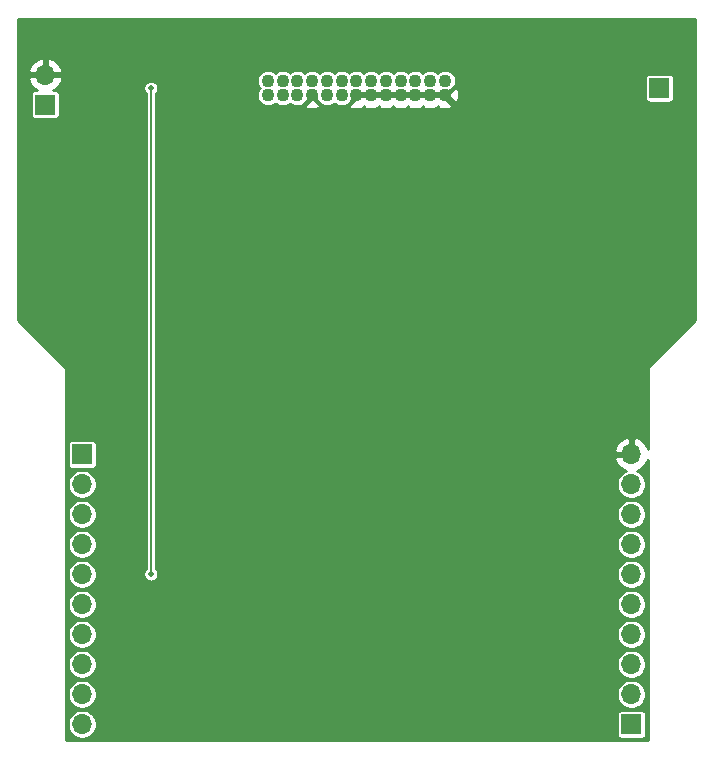
<source format=gbr>
%TF.GenerationSoftware,KiCad,Pcbnew,(5.1.10)-1*%
%TF.CreationDate,2022-10-09T17:15:07-05:00*%
%TF.ProjectId,switcher,73776974-6368-4657-922e-6b696361645f,A*%
%TF.SameCoordinates,Original*%
%TF.FileFunction,Copper,L2,Bot*%
%TF.FilePolarity,Positive*%
%FSLAX46Y46*%
G04 Gerber Fmt 4.6, Leading zero omitted, Abs format (unit mm)*
G04 Created by KiCad (PCBNEW (5.1.10)-1) date 2022-10-09 17:15:07*
%MOMM*%
%LPD*%
G01*
G04 APERTURE LIST*
%TA.AperFunction,ComponentPad*%
%ADD10O,1.700000X1.700000*%
%TD*%
%TA.AperFunction,ComponentPad*%
%ADD11R,1.700000X1.700000*%
%TD*%
%TA.AperFunction,ComponentPad*%
%ADD12C,1.100000*%
%TD*%
%TA.AperFunction,ViaPad*%
%ADD13C,0.508000*%
%TD*%
%TA.AperFunction,Conductor*%
%ADD14C,0.508000*%
%TD*%
%TA.AperFunction,Conductor*%
%ADD15C,0.152400*%
%TD*%
%TA.AperFunction,Conductor*%
%ADD16C,0.254000*%
%TD*%
%TA.AperFunction,Conductor*%
%ADD17C,0.100000*%
%TD*%
G04 APERTURE END LIST*
D10*
%TO.P,J2,10*%
%TO.N,GND*%
X177136000Y-106055500D03*
%TO.P,J2,9*%
%TO.N,Net-(J2-Pad9)*%
X177136000Y-108595500D03*
%TO.P,J2,8*%
%TO.N,Net-(J2-Pad8)*%
X177136000Y-111135500D03*
%TO.P,J2,7*%
%TO.N,Net-(J2-Pad7)*%
X177136000Y-113675500D03*
%TO.P,J2,6*%
%TO.N,Net-(J2-Pad6)*%
X177136000Y-116215500D03*
%TO.P,J2,5*%
%TO.N,Net-(J2-Pad5)*%
X177136000Y-118755500D03*
%TO.P,J2,4*%
%TO.N,Net-(J2-Pad4)*%
X177136000Y-121295500D03*
%TO.P,J2,3*%
%TO.N,Net-(J2-Pad3)*%
X177136000Y-123835500D03*
%TO.P,J2,2*%
%TO.N,Net-(J2-Pad2)*%
X177136000Y-126375500D03*
D11*
%TO.P,J2,1*%
%TO.N,Net-(J2-Pad1)*%
X177136000Y-128915500D03*
%TD*%
D10*
%TO.P,J5,2*%
%TO.N,GND*%
X127508000Y-73914000D03*
D11*
%TO.P,J5,1*%
%TO.N,Net-(J5-Pad1)*%
X127508000Y-76454000D03*
%TD*%
%TO.P,J4,1*%
%TO.N,Net-(J4-Pad1)*%
X179514500Y-75057000D03*
%TD*%
D12*
%TO.P,J3,26*%
%TO.N,Net-(J3-Pad26)*%
X146353500Y-75672000D03*
%TO.P,J3,25*%
%TO.N,Net-(J3-Pad25)*%
X147603500Y-75672000D03*
%TO.P,J3,24*%
%TO.N,Net-(J3-Pad24)*%
X148853500Y-75672000D03*
%TO.P,J3,23*%
%TO.N,GND*%
X150103500Y-75672000D03*
%TO.P,J3,22*%
%TO.N,Net-(J3-Pad22)*%
X151353500Y-75672000D03*
%TO.P,J3,21*%
%TO.N,Net-(J3-Pad21)*%
X152603500Y-75672000D03*
%TO.P,J3,20*%
%TO.N,GND*%
X153853500Y-75672000D03*
%TO.P,J3,19*%
X155103500Y-75672000D03*
%TO.P,J3,18*%
X156353500Y-75672000D03*
%TO.P,J3,17*%
X157603500Y-75672000D03*
%TO.P,J3,16*%
X158853500Y-75672000D03*
%TO.P,J3,15*%
X160103500Y-75672000D03*
%TO.P,J3,14*%
X161353500Y-75672000D03*
%TO.P,J3,13*%
%TO.N,Net-(J3-Pad13)*%
X146353500Y-74422000D03*
%TO.P,J3,12*%
%TO.N,Net-(J3-Pad12)*%
X147603500Y-74422000D03*
%TO.P,J3,11*%
%TO.N,Net-(J3-Pad11)*%
X148853500Y-74422000D03*
%TO.P,J3,10*%
%TO.N,Net-(J3-Pad10)*%
X150103500Y-74422000D03*
%TO.P,J3,9*%
%TO.N,Net-(J3-Pad9)*%
X151353500Y-74422000D03*
%TO.P,J3,8*%
%TO.N,Net-(J3-Pad8)*%
X152603500Y-74422000D03*
%TO.P,J3,7*%
%TO.N,Net-(J3-Pad7)*%
X153853500Y-74422000D03*
%TO.P,J3,6*%
%TO.N,Net-(J3-Pad6)*%
X155103500Y-74422000D03*
%TO.P,J3,5*%
%TO.N,Net-(J3-Pad5)*%
X156353500Y-74422000D03*
%TO.P,J3,4*%
%TO.N,Net-(J3-Pad4)*%
X157603500Y-74422000D03*
%TO.P,J3,3*%
%TO.N,Net-(J3-Pad3)*%
X158853500Y-74422000D03*
%TO.P,J3,2*%
%TO.N,Net-(J3-Pad2)*%
X160103500Y-74422000D03*
%TO.P,J3,1*%
%TO.N,Net-(J3-Pad1)*%
X161353500Y-74422000D03*
%TD*%
D10*
%TO.P,J1,10*%
%TO.N,Net-(J1-Pad10)*%
X130636000Y-128915500D03*
%TO.P,J1,9*%
%TO.N,Net-(J1-Pad9)*%
X130636000Y-126375500D03*
%TO.P,J1,8*%
%TO.N,Net-(J1-Pad8)*%
X130636000Y-123835500D03*
%TO.P,J1,7*%
%TO.N,Net-(J1-Pad7)*%
X130636000Y-121295500D03*
%TO.P,J1,6*%
%TO.N,Net-(J1-Pad6)*%
X130636000Y-118755500D03*
%TO.P,J1,5*%
%TO.N,Net-(J1-Pad5)*%
X130636000Y-116215500D03*
%TO.P,J1,4*%
%TO.N,Net-(J1-Pad4)*%
X130636000Y-113675500D03*
%TO.P,J1,3*%
%TO.N,Net-(J1-Pad3)*%
X130636000Y-111135500D03*
%TO.P,J1,2*%
%TO.N,Net-(J1-Pad2)*%
X130636000Y-108595500D03*
D11*
%TO.P,J1,1*%
%TO.N,Net-(FB1-Pad2)*%
X130636000Y-106055500D03*
%TD*%
D13*
%TO.N,GND*%
X151955500Y-117919500D03*
X152781000Y-112712500D03*
X151511000Y-111887000D03*
X143192500Y-111887000D03*
X162687000Y-114236500D03*
X152146000Y-100330000D03*
X164401500Y-101409500D03*
X127254000Y-90170000D03*
X132524500Y-90170000D03*
X137795000Y-90170000D03*
X143129000Y-90170000D03*
X148526500Y-90170000D03*
X153860500Y-90170000D03*
X159194500Y-90170000D03*
X164528500Y-90170000D03*
X169989500Y-90170000D03*
X175450500Y-90170000D03*
X135699500Y-77406500D03*
X133858000Y-74739500D03*
X139065000Y-73215500D03*
X178181000Y-84582000D03*
X172719500Y-84582500D03*
X167258500Y-84582500D03*
X161861000Y-84582500D03*
X156528000Y-84582500D03*
X151193000Y-84582500D03*
X145860000Y-84582500D03*
X140462500Y-84582500D03*
X135127500Y-84582500D03*
X129857000Y-84582500D03*
X129857500Y-93726000D03*
X135128000Y-93726000D03*
X140462000Y-93726000D03*
X145859500Y-93726000D03*
X151193500Y-93726000D03*
X156527500Y-93726000D03*
X161861500Y-93726000D03*
X167259000Y-93726000D03*
X172720000Y-93726000D03*
X178181000Y-93726000D03*
X144907000Y-99568000D03*
%TO.N,ENABLE_TEST_SOURCE*%
X136461500Y-75057000D03*
X136461500Y-116205000D03*
%TD*%
D14*
%TO.N,GND*%
X153853500Y-75672000D02*
X161353500Y-75672000D01*
D15*
%TO.N,ENABLE_TEST_SOURCE*%
X136461500Y-116205000D02*
X136461500Y-75057000D01*
%TD*%
D16*
%TO.N,GND*%
X182537500Y-94700829D02*
X178670020Y-98568311D01*
X178654527Y-98581026D01*
X178603791Y-98642847D01*
X178566092Y-98713378D01*
X178566091Y-98713379D01*
X178542875Y-98789911D01*
X178535037Y-98869500D01*
X178537001Y-98889443D01*
X178537001Y-105565168D01*
X178532825Y-105551401D01*
X178407641Y-105288580D01*
X178233588Y-105055231D01*
X178017355Y-104860322D01*
X177767252Y-104711343D01*
X177492891Y-104614019D01*
X177263000Y-104734686D01*
X177263000Y-105928500D01*
X177283000Y-105928500D01*
X177283000Y-106182500D01*
X177263000Y-106182500D01*
X177263000Y-106202500D01*
X177009000Y-106202500D01*
X177009000Y-106182500D01*
X175815845Y-106182500D01*
X175694524Y-106412390D01*
X175739175Y-106559599D01*
X175864359Y-106822420D01*
X176038412Y-107055769D01*
X176254645Y-107250678D01*
X176504748Y-107399657D01*
X176667168Y-107457272D01*
X176552903Y-107504602D01*
X176351283Y-107639320D01*
X176179820Y-107810783D01*
X176045102Y-108012403D01*
X175952307Y-108236431D01*
X175905000Y-108474257D01*
X175905000Y-108716743D01*
X175952307Y-108954569D01*
X176045102Y-109178597D01*
X176179820Y-109380217D01*
X176351283Y-109551680D01*
X176552903Y-109686398D01*
X176776931Y-109779193D01*
X177014757Y-109826500D01*
X177257243Y-109826500D01*
X177495069Y-109779193D01*
X177719097Y-109686398D01*
X177920717Y-109551680D01*
X178092180Y-109380217D01*
X178226898Y-109178597D01*
X178319693Y-108954569D01*
X178367000Y-108716743D01*
X178367000Y-108474257D01*
X178319693Y-108236431D01*
X178226898Y-108012403D01*
X178092180Y-107810783D01*
X177920717Y-107639320D01*
X177719097Y-107504602D01*
X177604832Y-107457272D01*
X177767252Y-107399657D01*
X178017355Y-107250678D01*
X178233588Y-107055769D01*
X178407641Y-106822420D01*
X178532825Y-106559599D01*
X178537001Y-106545832D01*
X178537000Y-130277000D01*
X129247500Y-130277000D01*
X129247500Y-128794257D01*
X129405000Y-128794257D01*
X129405000Y-129036743D01*
X129452307Y-129274569D01*
X129545102Y-129498597D01*
X129679820Y-129700217D01*
X129851283Y-129871680D01*
X130052903Y-130006398D01*
X130276931Y-130099193D01*
X130514757Y-130146500D01*
X130757243Y-130146500D01*
X130995069Y-130099193D01*
X131219097Y-130006398D01*
X131420717Y-129871680D01*
X131592180Y-129700217D01*
X131726898Y-129498597D01*
X131819693Y-129274569D01*
X131867000Y-129036743D01*
X131867000Y-128794257D01*
X131819693Y-128556431D01*
X131726898Y-128332403D01*
X131592180Y-128130783D01*
X131526897Y-128065500D01*
X175903157Y-128065500D01*
X175903157Y-129765500D01*
X175910513Y-129840189D01*
X175932299Y-129912008D01*
X175967678Y-129978196D01*
X176015289Y-130036211D01*
X176073304Y-130083822D01*
X176139492Y-130119201D01*
X176211311Y-130140987D01*
X176286000Y-130148343D01*
X177986000Y-130148343D01*
X178060689Y-130140987D01*
X178132508Y-130119201D01*
X178198696Y-130083822D01*
X178256711Y-130036211D01*
X178304322Y-129978196D01*
X178339701Y-129912008D01*
X178361487Y-129840189D01*
X178368843Y-129765500D01*
X178368843Y-128065500D01*
X178361487Y-127990811D01*
X178339701Y-127918992D01*
X178304322Y-127852804D01*
X178256711Y-127794789D01*
X178198696Y-127747178D01*
X178132508Y-127711799D01*
X178060689Y-127690013D01*
X177986000Y-127682657D01*
X176286000Y-127682657D01*
X176211311Y-127690013D01*
X176139492Y-127711799D01*
X176073304Y-127747178D01*
X176015289Y-127794789D01*
X175967678Y-127852804D01*
X175932299Y-127918992D01*
X175910513Y-127990811D01*
X175903157Y-128065500D01*
X131526897Y-128065500D01*
X131420717Y-127959320D01*
X131219097Y-127824602D01*
X130995069Y-127731807D01*
X130757243Y-127684500D01*
X130514757Y-127684500D01*
X130276931Y-127731807D01*
X130052903Y-127824602D01*
X129851283Y-127959320D01*
X129679820Y-128130783D01*
X129545102Y-128332403D01*
X129452307Y-128556431D01*
X129405000Y-128794257D01*
X129247500Y-128794257D01*
X129247500Y-126254257D01*
X129405000Y-126254257D01*
X129405000Y-126496743D01*
X129452307Y-126734569D01*
X129545102Y-126958597D01*
X129679820Y-127160217D01*
X129851283Y-127331680D01*
X130052903Y-127466398D01*
X130276931Y-127559193D01*
X130514757Y-127606500D01*
X130757243Y-127606500D01*
X130995069Y-127559193D01*
X131219097Y-127466398D01*
X131420717Y-127331680D01*
X131592180Y-127160217D01*
X131726898Y-126958597D01*
X131819693Y-126734569D01*
X131867000Y-126496743D01*
X131867000Y-126254257D01*
X175905000Y-126254257D01*
X175905000Y-126496743D01*
X175952307Y-126734569D01*
X176045102Y-126958597D01*
X176179820Y-127160217D01*
X176351283Y-127331680D01*
X176552903Y-127466398D01*
X176776931Y-127559193D01*
X177014757Y-127606500D01*
X177257243Y-127606500D01*
X177495069Y-127559193D01*
X177719097Y-127466398D01*
X177920717Y-127331680D01*
X178092180Y-127160217D01*
X178226898Y-126958597D01*
X178319693Y-126734569D01*
X178367000Y-126496743D01*
X178367000Y-126254257D01*
X178319693Y-126016431D01*
X178226898Y-125792403D01*
X178092180Y-125590783D01*
X177920717Y-125419320D01*
X177719097Y-125284602D01*
X177495069Y-125191807D01*
X177257243Y-125144500D01*
X177014757Y-125144500D01*
X176776931Y-125191807D01*
X176552903Y-125284602D01*
X176351283Y-125419320D01*
X176179820Y-125590783D01*
X176045102Y-125792403D01*
X175952307Y-126016431D01*
X175905000Y-126254257D01*
X131867000Y-126254257D01*
X131819693Y-126016431D01*
X131726898Y-125792403D01*
X131592180Y-125590783D01*
X131420717Y-125419320D01*
X131219097Y-125284602D01*
X130995069Y-125191807D01*
X130757243Y-125144500D01*
X130514757Y-125144500D01*
X130276931Y-125191807D01*
X130052903Y-125284602D01*
X129851283Y-125419320D01*
X129679820Y-125590783D01*
X129545102Y-125792403D01*
X129452307Y-126016431D01*
X129405000Y-126254257D01*
X129247500Y-126254257D01*
X129247500Y-123714257D01*
X129405000Y-123714257D01*
X129405000Y-123956743D01*
X129452307Y-124194569D01*
X129545102Y-124418597D01*
X129679820Y-124620217D01*
X129851283Y-124791680D01*
X130052903Y-124926398D01*
X130276931Y-125019193D01*
X130514757Y-125066500D01*
X130757243Y-125066500D01*
X130995069Y-125019193D01*
X131219097Y-124926398D01*
X131420717Y-124791680D01*
X131592180Y-124620217D01*
X131726898Y-124418597D01*
X131819693Y-124194569D01*
X131867000Y-123956743D01*
X131867000Y-123714257D01*
X175905000Y-123714257D01*
X175905000Y-123956743D01*
X175952307Y-124194569D01*
X176045102Y-124418597D01*
X176179820Y-124620217D01*
X176351283Y-124791680D01*
X176552903Y-124926398D01*
X176776931Y-125019193D01*
X177014757Y-125066500D01*
X177257243Y-125066500D01*
X177495069Y-125019193D01*
X177719097Y-124926398D01*
X177920717Y-124791680D01*
X178092180Y-124620217D01*
X178226898Y-124418597D01*
X178319693Y-124194569D01*
X178367000Y-123956743D01*
X178367000Y-123714257D01*
X178319693Y-123476431D01*
X178226898Y-123252403D01*
X178092180Y-123050783D01*
X177920717Y-122879320D01*
X177719097Y-122744602D01*
X177495069Y-122651807D01*
X177257243Y-122604500D01*
X177014757Y-122604500D01*
X176776931Y-122651807D01*
X176552903Y-122744602D01*
X176351283Y-122879320D01*
X176179820Y-123050783D01*
X176045102Y-123252403D01*
X175952307Y-123476431D01*
X175905000Y-123714257D01*
X131867000Y-123714257D01*
X131819693Y-123476431D01*
X131726898Y-123252403D01*
X131592180Y-123050783D01*
X131420717Y-122879320D01*
X131219097Y-122744602D01*
X130995069Y-122651807D01*
X130757243Y-122604500D01*
X130514757Y-122604500D01*
X130276931Y-122651807D01*
X130052903Y-122744602D01*
X129851283Y-122879320D01*
X129679820Y-123050783D01*
X129545102Y-123252403D01*
X129452307Y-123476431D01*
X129405000Y-123714257D01*
X129247500Y-123714257D01*
X129247500Y-121174257D01*
X129405000Y-121174257D01*
X129405000Y-121416743D01*
X129452307Y-121654569D01*
X129545102Y-121878597D01*
X129679820Y-122080217D01*
X129851283Y-122251680D01*
X130052903Y-122386398D01*
X130276931Y-122479193D01*
X130514757Y-122526500D01*
X130757243Y-122526500D01*
X130995069Y-122479193D01*
X131219097Y-122386398D01*
X131420717Y-122251680D01*
X131592180Y-122080217D01*
X131726898Y-121878597D01*
X131819693Y-121654569D01*
X131867000Y-121416743D01*
X131867000Y-121174257D01*
X175905000Y-121174257D01*
X175905000Y-121416743D01*
X175952307Y-121654569D01*
X176045102Y-121878597D01*
X176179820Y-122080217D01*
X176351283Y-122251680D01*
X176552903Y-122386398D01*
X176776931Y-122479193D01*
X177014757Y-122526500D01*
X177257243Y-122526500D01*
X177495069Y-122479193D01*
X177719097Y-122386398D01*
X177920717Y-122251680D01*
X178092180Y-122080217D01*
X178226898Y-121878597D01*
X178319693Y-121654569D01*
X178367000Y-121416743D01*
X178367000Y-121174257D01*
X178319693Y-120936431D01*
X178226898Y-120712403D01*
X178092180Y-120510783D01*
X177920717Y-120339320D01*
X177719097Y-120204602D01*
X177495069Y-120111807D01*
X177257243Y-120064500D01*
X177014757Y-120064500D01*
X176776931Y-120111807D01*
X176552903Y-120204602D01*
X176351283Y-120339320D01*
X176179820Y-120510783D01*
X176045102Y-120712403D01*
X175952307Y-120936431D01*
X175905000Y-121174257D01*
X131867000Y-121174257D01*
X131819693Y-120936431D01*
X131726898Y-120712403D01*
X131592180Y-120510783D01*
X131420717Y-120339320D01*
X131219097Y-120204602D01*
X130995069Y-120111807D01*
X130757243Y-120064500D01*
X130514757Y-120064500D01*
X130276931Y-120111807D01*
X130052903Y-120204602D01*
X129851283Y-120339320D01*
X129679820Y-120510783D01*
X129545102Y-120712403D01*
X129452307Y-120936431D01*
X129405000Y-121174257D01*
X129247500Y-121174257D01*
X129247500Y-118634257D01*
X129405000Y-118634257D01*
X129405000Y-118876743D01*
X129452307Y-119114569D01*
X129545102Y-119338597D01*
X129679820Y-119540217D01*
X129851283Y-119711680D01*
X130052903Y-119846398D01*
X130276931Y-119939193D01*
X130514757Y-119986500D01*
X130757243Y-119986500D01*
X130995069Y-119939193D01*
X131219097Y-119846398D01*
X131420717Y-119711680D01*
X131592180Y-119540217D01*
X131726898Y-119338597D01*
X131819693Y-119114569D01*
X131867000Y-118876743D01*
X131867000Y-118634257D01*
X175905000Y-118634257D01*
X175905000Y-118876743D01*
X175952307Y-119114569D01*
X176045102Y-119338597D01*
X176179820Y-119540217D01*
X176351283Y-119711680D01*
X176552903Y-119846398D01*
X176776931Y-119939193D01*
X177014757Y-119986500D01*
X177257243Y-119986500D01*
X177495069Y-119939193D01*
X177719097Y-119846398D01*
X177920717Y-119711680D01*
X178092180Y-119540217D01*
X178226898Y-119338597D01*
X178319693Y-119114569D01*
X178367000Y-118876743D01*
X178367000Y-118634257D01*
X178319693Y-118396431D01*
X178226898Y-118172403D01*
X178092180Y-117970783D01*
X177920717Y-117799320D01*
X177719097Y-117664602D01*
X177495069Y-117571807D01*
X177257243Y-117524500D01*
X177014757Y-117524500D01*
X176776931Y-117571807D01*
X176552903Y-117664602D01*
X176351283Y-117799320D01*
X176179820Y-117970783D01*
X176045102Y-118172403D01*
X175952307Y-118396431D01*
X175905000Y-118634257D01*
X131867000Y-118634257D01*
X131819693Y-118396431D01*
X131726898Y-118172403D01*
X131592180Y-117970783D01*
X131420717Y-117799320D01*
X131219097Y-117664602D01*
X130995069Y-117571807D01*
X130757243Y-117524500D01*
X130514757Y-117524500D01*
X130276931Y-117571807D01*
X130052903Y-117664602D01*
X129851283Y-117799320D01*
X129679820Y-117970783D01*
X129545102Y-118172403D01*
X129452307Y-118396431D01*
X129405000Y-118634257D01*
X129247500Y-118634257D01*
X129247500Y-116094257D01*
X129405000Y-116094257D01*
X129405000Y-116336743D01*
X129452307Y-116574569D01*
X129545102Y-116798597D01*
X129679820Y-117000217D01*
X129851283Y-117171680D01*
X130052903Y-117306398D01*
X130276931Y-117399193D01*
X130514757Y-117446500D01*
X130757243Y-117446500D01*
X130995069Y-117399193D01*
X131219097Y-117306398D01*
X131420717Y-117171680D01*
X131592180Y-117000217D01*
X131726898Y-116798597D01*
X131819693Y-116574569D01*
X131867000Y-116336743D01*
X131867000Y-116094257D01*
X131819693Y-115856431D01*
X131726898Y-115632403D01*
X131592180Y-115430783D01*
X131420717Y-115259320D01*
X131219097Y-115124602D01*
X130995069Y-115031807D01*
X130757243Y-114984500D01*
X130514757Y-114984500D01*
X130276931Y-115031807D01*
X130052903Y-115124602D01*
X129851283Y-115259320D01*
X129679820Y-115430783D01*
X129545102Y-115632403D01*
X129452307Y-115856431D01*
X129405000Y-116094257D01*
X129247500Y-116094257D01*
X129247500Y-113554257D01*
X129405000Y-113554257D01*
X129405000Y-113796743D01*
X129452307Y-114034569D01*
X129545102Y-114258597D01*
X129679820Y-114460217D01*
X129851283Y-114631680D01*
X130052903Y-114766398D01*
X130276931Y-114859193D01*
X130514757Y-114906500D01*
X130757243Y-114906500D01*
X130995069Y-114859193D01*
X131219097Y-114766398D01*
X131420717Y-114631680D01*
X131592180Y-114460217D01*
X131726898Y-114258597D01*
X131819693Y-114034569D01*
X131867000Y-113796743D01*
X131867000Y-113554257D01*
X131819693Y-113316431D01*
X131726898Y-113092403D01*
X131592180Y-112890783D01*
X131420717Y-112719320D01*
X131219097Y-112584602D01*
X130995069Y-112491807D01*
X130757243Y-112444500D01*
X130514757Y-112444500D01*
X130276931Y-112491807D01*
X130052903Y-112584602D01*
X129851283Y-112719320D01*
X129679820Y-112890783D01*
X129545102Y-113092403D01*
X129452307Y-113316431D01*
X129405000Y-113554257D01*
X129247500Y-113554257D01*
X129247500Y-111014257D01*
X129405000Y-111014257D01*
X129405000Y-111256743D01*
X129452307Y-111494569D01*
X129545102Y-111718597D01*
X129679820Y-111920217D01*
X129851283Y-112091680D01*
X130052903Y-112226398D01*
X130276931Y-112319193D01*
X130514757Y-112366500D01*
X130757243Y-112366500D01*
X130995069Y-112319193D01*
X131219097Y-112226398D01*
X131420717Y-112091680D01*
X131592180Y-111920217D01*
X131726898Y-111718597D01*
X131819693Y-111494569D01*
X131867000Y-111256743D01*
X131867000Y-111014257D01*
X131819693Y-110776431D01*
X131726898Y-110552403D01*
X131592180Y-110350783D01*
X131420717Y-110179320D01*
X131219097Y-110044602D01*
X130995069Y-109951807D01*
X130757243Y-109904500D01*
X130514757Y-109904500D01*
X130276931Y-109951807D01*
X130052903Y-110044602D01*
X129851283Y-110179320D01*
X129679820Y-110350783D01*
X129545102Y-110552403D01*
X129452307Y-110776431D01*
X129405000Y-111014257D01*
X129247500Y-111014257D01*
X129247500Y-108474257D01*
X129405000Y-108474257D01*
X129405000Y-108716743D01*
X129452307Y-108954569D01*
X129545102Y-109178597D01*
X129679820Y-109380217D01*
X129851283Y-109551680D01*
X130052903Y-109686398D01*
X130276931Y-109779193D01*
X130514757Y-109826500D01*
X130757243Y-109826500D01*
X130995069Y-109779193D01*
X131219097Y-109686398D01*
X131420717Y-109551680D01*
X131592180Y-109380217D01*
X131726898Y-109178597D01*
X131819693Y-108954569D01*
X131867000Y-108716743D01*
X131867000Y-108474257D01*
X131819693Y-108236431D01*
X131726898Y-108012403D01*
X131592180Y-107810783D01*
X131420717Y-107639320D01*
X131219097Y-107504602D01*
X130995069Y-107411807D01*
X130757243Y-107364500D01*
X130514757Y-107364500D01*
X130276931Y-107411807D01*
X130052903Y-107504602D01*
X129851283Y-107639320D01*
X129679820Y-107810783D01*
X129545102Y-108012403D01*
X129452307Y-108236431D01*
X129405000Y-108474257D01*
X129247500Y-108474257D01*
X129247500Y-105205500D01*
X129403157Y-105205500D01*
X129403157Y-106905500D01*
X129410513Y-106980189D01*
X129432299Y-107052008D01*
X129467678Y-107118196D01*
X129515289Y-107176211D01*
X129573304Y-107223822D01*
X129639492Y-107259201D01*
X129711311Y-107280987D01*
X129786000Y-107288343D01*
X131486000Y-107288343D01*
X131560689Y-107280987D01*
X131632508Y-107259201D01*
X131698696Y-107223822D01*
X131756711Y-107176211D01*
X131804322Y-107118196D01*
X131839701Y-107052008D01*
X131861487Y-106980189D01*
X131868843Y-106905500D01*
X131868843Y-105205500D01*
X131861487Y-105130811D01*
X131839701Y-105058992D01*
X131804322Y-104992804D01*
X131756711Y-104934789D01*
X131698696Y-104887178D01*
X131632508Y-104851799D01*
X131560689Y-104830013D01*
X131486000Y-104822657D01*
X129786000Y-104822657D01*
X129711311Y-104830013D01*
X129639492Y-104851799D01*
X129573304Y-104887178D01*
X129515289Y-104934789D01*
X129467678Y-104992804D01*
X129432299Y-105058992D01*
X129410513Y-105130811D01*
X129403157Y-105205500D01*
X129247500Y-105205500D01*
X129247500Y-98889432D01*
X129249463Y-98869499D01*
X129247500Y-98849566D01*
X129247500Y-98849559D01*
X129241625Y-98789910D01*
X129218410Y-98713379D01*
X129180710Y-98642847D01*
X129129974Y-98581026D01*
X129114488Y-98568317D01*
X125247000Y-94700831D01*
X125247000Y-74270890D01*
X126066524Y-74270890D01*
X126111175Y-74418099D01*
X126236359Y-74680920D01*
X126410412Y-74914269D01*
X126626645Y-75109178D01*
X126814633Y-75221157D01*
X126658000Y-75221157D01*
X126583311Y-75228513D01*
X126511492Y-75250299D01*
X126445304Y-75285678D01*
X126387289Y-75333289D01*
X126339678Y-75391304D01*
X126304299Y-75457492D01*
X126282513Y-75529311D01*
X126275157Y-75604000D01*
X126275157Y-77304000D01*
X126282513Y-77378689D01*
X126304299Y-77450508D01*
X126339678Y-77516696D01*
X126387289Y-77574711D01*
X126445304Y-77622322D01*
X126511492Y-77657701D01*
X126583311Y-77679487D01*
X126658000Y-77686843D01*
X128358000Y-77686843D01*
X128432689Y-77679487D01*
X128504508Y-77657701D01*
X128570696Y-77622322D01*
X128628711Y-77574711D01*
X128676322Y-77516696D01*
X128711701Y-77450508D01*
X128733487Y-77378689D01*
X128740843Y-77304000D01*
X128740843Y-75604000D01*
X128733487Y-75529311D01*
X128711701Y-75457492D01*
X128676322Y-75391304D01*
X128628711Y-75333289D01*
X128570696Y-75285678D01*
X128504508Y-75250299D01*
X128432689Y-75228513D01*
X128358000Y-75221157D01*
X128201367Y-75221157D01*
X128389355Y-75109178D01*
X128516625Y-74994458D01*
X135826500Y-74994458D01*
X135826500Y-75119542D01*
X135850903Y-75242223D01*
X135898771Y-75357785D01*
X135968264Y-75461789D01*
X136004301Y-75497826D01*
X136004300Y-115764175D01*
X135968264Y-115800211D01*
X135898771Y-115904215D01*
X135850903Y-116019777D01*
X135826500Y-116142458D01*
X135826500Y-116267542D01*
X135850903Y-116390223D01*
X135898771Y-116505785D01*
X135968264Y-116609789D01*
X136056711Y-116698236D01*
X136160715Y-116767729D01*
X136276277Y-116815597D01*
X136398958Y-116840000D01*
X136524042Y-116840000D01*
X136646723Y-116815597D01*
X136762285Y-116767729D01*
X136866289Y-116698236D01*
X136954736Y-116609789D01*
X137024229Y-116505785D01*
X137072097Y-116390223D01*
X137096500Y-116267542D01*
X137096500Y-116142458D01*
X137086913Y-116094257D01*
X175905000Y-116094257D01*
X175905000Y-116336743D01*
X175952307Y-116574569D01*
X176045102Y-116798597D01*
X176179820Y-117000217D01*
X176351283Y-117171680D01*
X176552903Y-117306398D01*
X176776931Y-117399193D01*
X177014757Y-117446500D01*
X177257243Y-117446500D01*
X177495069Y-117399193D01*
X177719097Y-117306398D01*
X177920717Y-117171680D01*
X178092180Y-117000217D01*
X178226898Y-116798597D01*
X178319693Y-116574569D01*
X178367000Y-116336743D01*
X178367000Y-116094257D01*
X178319693Y-115856431D01*
X178226898Y-115632403D01*
X178092180Y-115430783D01*
X177920717Y-115259320D01*
X177719097Y-115124602D01*
X177495069Y-115031807D01*
X177257243Y-114984500D01*
X177014757Y-114984500D01*
X176776931Y-115031807D01*
X176552903Y-115124602D01*
X176351283Y-115259320D01*
X176179820Y-115430783D01*
X176045102Y-115632403D01*
X175952307Y-115856431D01*
X175905000Y-116094257D01*
X137086913Y-116094257D01*
X137072097Y-116019777D01*
X137024229Y-115904215D01*
X136954736Y-115800211D01*
X136918700Y-115764175D01*
X136918700Y-113554257D01*
X175905000Y-113554257D01*
X175905000Y-113796743D01*
X175952307Y-114034569D01*
X176045102Y-114258597D01*
X176179820Y-114460217D01*
X176351283Y-114631680D01*
X176552903Y-114766398D01*
X176776931Y-114859193D01*
X177014757Y-114906500D01*
X177257243Y-114906500D01*
X177495069Y-114859193D01*
X177719097Y-114766398D01*
X177920717Y-114631680D01*
X178092180Y-114460217D01*
X178226898Y-114258597D01*
X178319693Y-114034569D01*
X178367000Y-113796743D01*
X178367000Y-113554257D01*
X178319693Y-113316431D01*
X178226898Y-113092403D01*
X178092180Y-112890783D01*
X177920717Y-112719320D01*
X177719097Y-112584602D01*
X177495069Y-112491807D01*
X177257243Y-112444500D01*
X177014757Y-112444500D01*
X176776931Y-112491807D01*
X176552903Y-112584602D01*
X176351283Y-112719320D01*
X176179820Y-112890783D01*
X176045102Y-113092403D01*
X175952307Y-113316431D01*
X175905000Y-113554257D01*
X136918700Y-113554257D01*
X136918700Y-111014257D01*
X175905000Y-111014257D01*
X175905000Y-111256743D01*
X175952307Y-111494569D01*
X176045102Y-111718597D01*
X176179820Y-111920217D01*
X176351283Y-112091680D01*
X176552903Y-112226398D01*
X176776931Y-112319193D01*
X177014757Y-112366500D01*
X177257243Y-112366500D01*
X177495069Y-112319193D01*
X177719097Y-112226398D01*
X177920717Y-112091680D01*
X178092180Y-111920217D01*
X178226898Y-111718597D01*
X178319693Y-111494569D01*
X178367000Y-111256743D01*
X178367000Y-111014257D01*
X178319693Y-110776431D01*
X178226898Y-110552403D01*
X178092180Y-110350783D01*
X177920717Y-110179320D01*
X177719097Y-110044602D01*
X177495069Y-109951807D01*
X177257243Y-109904500D01*
X177014757Y-109904500D01*
X176776931Y-109951807D01*
X176552903Y-110044602D01*
X176351283Y-110179320D01*
X176179820Y-110350783D01*
X176045102Y-110552403D01*
X175952307Y-110776431D01*
X175905000Y-111014257D01*
X136918700Y-111014257D01*
X136918700Y-105698610D01*
X175694524Y-105698610D01*
X175815845Y-105928500D01*
X177009000Y-105928500D01*
X177009000Y-104734686D01*
X176779109Y-104614019D01*
X176504748Y-104711343D01*
X176254645Y-104860322D01*
X176038412Y-105055231D01*
X175864359Y-105288580D01*
X175739175Y-105551401D01*
X175694524Y-105698610D01*
X136918700Y-105698610D01*
X136918700Y-75497825D01*
X136954736Y-75461789D01*
X137024229Y-75357785D01*
X137072097Y-75242223D01*
X137096500Y-75119542D01*
X137096500Y-74994458D01*
X137072097Y-74871777D01*
X137024229Y-74756215D01*
X136954736Y-74652211D01*
X136866289Y-74563764D01*
X136762285Y-74494271D01*
X136646723Y-74446403D01*
X136524042Y-74422000D01*
X136398958Y-74422000D01*
X136276277Y-74446403D01*
X136160715Y-74494271D01*
X136056711Y-74563764D01*
X135968264Y-74652211D01*
X135898771Y-74756215D01*
X135850903Y-74871777D01*
X135826500Y-74994458D01*
X128516625Y-74994458D01*
X128605588Y-74914269D01*
X128779641Y-74680920D01*
X128904825Y-74418099D01*
X128931454Y-74330304D01*
X145422500Y-74330304D01*
X145422500Y-74513696D01*
X145458278Y-74693563D01*
X145528458Y-74862994D01*
X145630345Y-75015478D01*
X145661867Y-75047000D01*
X145630345Y-75078522D01*
X145528458Y-75231006D01*
X145458278Y-75400437D01*
X145422500Y-75580304D01*
X145422500Y-75763696D01*
X145458278Y-75943563D01*
X145528458Y-76112994D01*
X145630345Y-76265478D01*
X145760022Y-76395155D01*
X145912506Y-76497042D01*
X146081937Y-76567222D01*
X146261804Y-76603000D01*
X146445196Y-76603000D01*
X146625063Y-76567222D01*
X146794494Y-76497042D01*
X146946978Y-76395155D01*
X146978500Y-76363633D01*
X147010022Y-76395155D01*
X147162506Y-76497042D01*
X147331937Y-76567222D01*
X147511804Y-76603000D01*
X147695196Y-76603000D01*
X147875063Y-76567222D01*
X148044494Y-76497042D01*
X148196978Y-76395155D01*
X148228500Y-76363633D01*
X148260022Y-76395155D01*
X148412506Y-76497042D01*
X148581937Y-76567222D01*
X148761804Y-76603000D01*
X148945196Y-76603000D01*
X149125063Y-76567222D01*
X149294494Y-76497042D01*
X149311050Y-76485979D01*
X149469126Y-76485979D01*
X149510341Y-76704478D01*
X149723165Y-76800359D01*
X149950605Y-76852878D01*
X150183921Y-76860016D01*
X150414146Y-76821500D01*
X150632434Y-76738808D01*
X150696659Y-76704478D01*
X150737874Y-76485979D01*
X150103500Y-75851605D01*
X149469126Y-76485979D01*
X149311050Y-76485979D01*
X149446978Y-76395155D01*
X149576655Y-76265478D01*
X149678542Y-76112994D01*
X149748722Y-75943563D01*
X149772656Y-75823239D01*
X149923895Y-75672000D01*
X149909753Y-75657858D01*
X150089358Y-75478253D01*
X150103500Y-75492395D01*
X150117643Y-75478253D01*
X150297248Y-75657858D01*
X150283105Y-75672000D01*
X150434344Y-75823239D01*
X150458278Y-75943563D01*
X150528458Y-76112994D01*
X150630345Y-76265478D01*
X150760022Y-76395155D01*
X150912506Y-76497042D01*
X151081937Y-76567222D01*
X151261804Y-76603000D01*
X151445196Y-76603000D01*
X151625063Y-76567222D01*
X151794494Y-76497042D01*
X151946978Y-76395155D01*
X151978500Y-76363633D01*
X152010022Y-76395155D01*
X152162506Y-76497042D01*
X152331937Y-76567222D01*
X152511804Y-76603000D01*
X152695196Y-76603000D01*
X152875063Y-76567222D01*
X153044494Y-76497042D01*
X153196978Y-76395155D01*
X153326655Y-76265478D01*
X153428542Y-76112994D01*
X153498722Y-75943563D01*
X153522656Y-75823239D01*
X153673895Y-75672000D01*
X153659753Y-75657858D01*
X153839358Y-75478253D01*
X153853500Y-75492395D01*
X153867643Y-75478253D01*
X153922203Y-75532813D01*
X153915484Y-75752421D01*
X153924869Y-75808521D01*
X153867643Y-75865748D01*
X153853500Y-75851605D01*
X153219126Y-76485979D01*
X153260341Y-76704478D01*
X153473165Y-76800359D01*
X153700605Y-76852878D01*
X153933921Y-76860016D01*
X154164146Y-76821500D01*
X154382434Y-76738808D01*
X154446659Y-76704478D01*
X154478500Y-76535675D01*
X154510341Y-76704478D01*
X154723165Y-76800359D01*
X154950605Y-76852878D01*
X155183921Y-76860016D01*
X155414146Y-76821500D01*
X155632434Y-76738808D01*
X155696659Y-76704478D01*
X155728500Y-76535675D01*
X155760341Y-76704478D01*
X155973165Y-76800359D01*
X156200605Y-76852878D01*
X156433921Y-76860016D01*
X156664146Y-76821500D01*
X156882434Y-76738808D01*
X156946659Y-76704478D01*
X156978500Y-76535675D01*
X157010341Y-76704478D01*
X157223165Y-76800359D01*
X157450605Y-76852878D01*
X157683921Y-76860016D01*
X157914146Y-76821500D01*
X158132434Y-76738808D01*
X158196659Y-76704478D01*
X158228500Y-76535675D01*
X158260341Y-76704478D01*
X158473165Y-76800359D01*
X158700605Y-76852878D01*
X158933921Y-76860016D01*
X159164146Y-76821500D01*
X159382434Y-76738808D01*
X159446659Y-76704478D01*
X159478500Y-76535675D01*
X159510341Y-76704478D01*
X159723165Y-76800359D01*
X159950605Y-76852878D01*
X160183921Y-76860016D01*
X160414146Y-76821500D01*
X160632434Y-76738808D01*
X160696659Y-76704478D01*
X160728500Y-76535675D01*
X160760341Y-76704478D01*
X160973165Y-76800359D01*
X161200605Y-76852878D01*
X161433921Y-76860016D01*
X161664146Y-76821500D01*
X161882434Y-76738808D01*
X161946659Y-76704478D01*
X161987874Y-76485979D01*
X161353500Y-75851605D01*
X161339358Y-75865748D01*
X161284797Y-75811187D01*
X161289055Y-75672000D01*
X161533105Y-75672000D01*
X162167479Y-76306374D01*
X162385978Y-76265159D01*
X162481859Y-76052335D01*
X162534378Y-75824895D01*
X162541516Y-75591579D01*
X162503000Y-75361354D01*
X162420308Y-75143066D01*
X162385978Y-75078841D01*
X162167479Y-75037626D01*
X161533105Y-75672000D01*
X161289055Y-75672000D01*
X161291516Y-75591579D01*
X161282131Y-75535479D01*
X161339358Y-75478253D01*
X161353500Y-75492395D01*
X161504739Y-75341156D01*
X161625063Y-75317222D01*
X161794494Y-75247042D01*
X161946978Y-75145155D01*
X162076655Y-75015478D01*
X162178542Y-74862994D01*
X162248722Y-74693563D01*
X162284500Y-74513696D01*
X162284500Y-74330304D01*
X162259974Y-74207000D01*
X178281657Y-74207000D01*
X178281657Y-75907000D01*
X178289013Y-75981689D01*
X178310799Y-76053508D01*
X178346178Y-76119696D01*
X178393789Y-76177711D01*
X178451804Y-76225322D01*
X178517992Y-76260701D01*
X178589811Y-76282487D01*
X178664500Y-76289843D01*
X180364500Y-76289843D01*
X180439189Y-76282487D01*
X180511008Y-76260701D01*
X180577196Y-76225322D01*
X180635211Y-76177711D01*
X180682822Y-76119696D01*
X180718201Y-76053508D01*
X180739987Y-75981689D01*
X180747343Y-75907000D01*
X180747343Y-74207000D01*
X180739987Y-74132311D01*
X180718201Y-74060492D01*
X180682822Y-73994304D01*
X180635211Y-73936289D01*
X180577196Y-73888678D01*
X180511008Y-73853299D01*
X180439189Y-73831513D01*
X180364500Y-73824157D01*
X178664500Y-73824157D01*
X178589811Y-73831513D01*
X178517992Y-73853299D01*
X178451804Y-73888678D01*
X178393789Y-73936289D01*
X178346178Y-73994304D01*
X178310799Y-74060492D01*
X178289013Y-74132311D01*
X178281657Y-74207000D01*
X162259974Y-74207000D01*
X162248722Y-74150437D01*
X162178542Y-73981006D01*
X162076655Y-73828522D01*
X161946978Y-73698845D01*
X161794494Y-73596958D01*
X161625063Y-73526778D01*
X161445196Y-73491000D01*
X161261804Y-73491000D01*
X161081937Y-73526778D01*
X160912506Y-73596958D01*
X160760022Y-73698845D01*
X160728500Y-73730367D01*
X160696978Y-73698845D01*
X160544494Y-73596958D01*
X160375063Y-73526778D01*
X160195196Y-73491000D01*
X160011804Y-73491000D01*
X159831937Y-73526778D01*
X159662506Y-73596958D01*
X159510022Y-73698845D01*
X159478500Y-73730367D01*
X159446978Y-73698845D01*
X159294494Y-73596958D01*
X159125063Y-73526778D01*
X158945196Y-73491000D01*
X158761804Y-73491000D01*
X158581937Y-73526778D01*
X158412506Y-73596958D01*
X158260022Y-73698845D01*
X158228500Y-73730367D01*
X158196978Y-73698845D01*
X158044494Y-73596958D01*
X157875063Y-73526778D01*
X157695196Y-73491000D01*
X157511804Y-73491000D01*
X157331937Y-73526778D01*
X157162506Y-73596958D01*
X157010022Y-73698845D01*
X156978500Y-73730367D01*
X156946978Y-73698845D01*
X156794494Y-73596958D01*
X156625063Y-73526778D01*
X156445196Y-73491000D01*
X156261804Y-73491000D01*
X156081937Y-73526778D01*
X155912506Y-73596958D01*
X155760022Y-73698845D01*
X155728500Y-73730367D01*
X155696978Y-73698845D01*
X155544494Y-73596958D01*
X155375063Y-73526778D01*
X155195196Y-73491000D01*
X155011804Y-73491000D01*
X154831937Y-73526778D01*
X154662506Y-73596958D01*
X154510022Y-73698845D01*
X154478500Y-73730367D01*
X154446978Y-73698845D01*
X154294494Y-73596958D01*
X154125063Y-73526778D01*
X153945196Y-73491000D01*
X153761804Y-73491000D01*
X153581937Y-73526778D01*
X153412506Y-73596958D01*
X153260022Y-73698845D01*
X153228500Y-73730367D01*
X153196978Y-73698845D01*
X153044494Y-73596958D01*
X152875063Y-73526778D01*
X152695196Y-73491000D01*
X152511804Y-73491000D01*
X152331937Y-73526778D01*
X152162506Y-73596958D01*
X152010022Y-73698845D01*
X151978500Y-73730367D01*
X151946978Y-73698845D01*
X151794494Y-73596958D01*
X151625063Y-73526778D01*
X151445196Y-73491000D01*
X151261804Y-73491000D01*
X151081937Y-73526778D01*
X150912506Y-73596958D01*
X150760022Y-73698845D01*
X150728500Y-73730367D01*
X150696978Y-73698845D01*
X150544494Y-73596958D01*
X150375063Y-73526778D01*
X150195196Y-73491000D01*
X150011804Y-73491000D01*
X149831937Y-73526778D01*
X149662506Y-73596958D01*
X149510022Y-73698845D01*
X149478500Y-73730367D01*
X149446978Y-73698845D01*
X149294494Y-73596958D01*
X149125063Y-73526778D01*
X148945196Y-73491000D01*
X148761804Y-73491000D01*
X148581937Y-73526778D01*
X148412506Y-73596958D01*
X148260022Y-73698845D01*
X148228500Y-73730367D01*
X148196978Y-73698845D01*
X148044494Y-73596958D01*
X147875063Y-73526778D01*
X147695196Y-73491000D01*
X147511804Y-73491000D01*
X147331937Y-73526778D01*
X147162506Y-73596958D01*
X147010022Y-73698845D01*
X146978500Y-73730367D01*
X146946978Y-73698845D01*
X146794494Y-73596958D01*
X146625063Y-73526778D01*
X146445196Y-73491000D01*
X146261804Y-73491000D01*
X146081937Y-73526778D01*
X145912506Y-73596958D01*
X145760022Y-73698845D01*
X145630345Y-73828522D01*
X145528458Y-73981006D01*
X145458278Y-74150437D01*
X145422500Y-74330304D01*
X128931454Y-74330304D01*
X128949476Y-74270890D01*
X128828155Y-74041000D01*
X127635000Y-74041000D01*
X127635000Y-74061000D01*
X127381000Y-74061000D01*
X127381000Y-74041000D01*
X126187845Y-74041000D01*
X126066524Y-74270890D01*
X125247000Y-74270890D01*
X125247000Y-73557110D01*
X126066524Y-73557110D01*
X126187845Y-73787000D01*
X127381000Y-73787000D01*
X127381000Y-72593186D01*
X127635000Y-72593186D01*
X127635000Y-73787000D01*
X128828155Y-73787000D01*
X128949476Y-73557110D01*
X128904825Y-73409901D01*
X128779641Y-73147080D01*
X128605588Y-72913731D01*
X128389355Y-72718822D01*
X128139252Y-72569843D01*
X127864891Y-72472519D01*
X127635000Y-72593186D01*
X127381000Y-72593186D01*
X127151109Y-72472519D01*
X126876748Y-72569843D01*
X126626645Y-72718822D01*
X126410412Y-72913731D01*
X126236359Y-73147080D01*
X126111175Y-73409901D01*
X126066524Y-73557110D01*
X125247000Y-73557110D01*
X125247000Y-69240000D01*
X182537501Y-69240000D01*
X182537500Y-94700829D01*
%TA.AperFunction,Conductor*%
D17*
G36*
X182537500Y-94700829D02*
G01*
X178670020Y-98568311D01*
X178654527Y-98581026D01*
X178603791Y-98642847D01*
X178566092Y-98713378D01*
X178566091Y-98713379D01*
X178542875Y-98789911D01*
X178535037Y-98869500D01*
X178537001Y-98889443D01*
X178537001Y-105565168D01*
X178532825Y-105551401D01*
X178407641Y-105288580D01*
X178233588Y-105055231D01*
X178017355Y-104860322D01*
X177767252Y-104711343D01*
X177492891Y-104614019D01*
X177263000Y-104734686D01*
X177263000Y-105928500D01*
X177283000Y-105928500D01*
X177283000Y-106182500D01*
X177263000Y-106182500D01*
X177263000Y-106202500D01*
X177009000Y-106202500D01*
X177009000Y-106182500D01*
X175815845Y-106182500D01*
X175694524Y-106412390D01*
X175739175Y-106559599D01*
X175864359Y-106822420D01*
X176038412Y-107055769D01*
X176254645Y-107250678D01*
X176504748Y-107399657D01*
X176667168Y-107457272D01*
X176552903Y-107504602D01*
X176351283Y-107639320D01*
X176179820Y-107810783D01*
X176045102Y-108012403D01*
X175952307Y-108236431D01*
X175905000Y-108474257D01*
X175905000Y-108716743D01*
X175952307Y-108954569D01*
X176045102Y-109178597D01*
X176179820Y-109380217D01*
X176351283Y-109551680D01*
X176552903Y-109686398D01*
X176776931Y-109779193D01*
X177014757Y-109826500D01*
X177257243Y-109826500D01*
X177495069Y-109779193D01*
X177719097Y-109686398D01*
X177920717Y-109551680D01*
X178092180Y-109380217D01*
X178226898Y-109178597D01*
X178319693Y-108954569D01*
X178367000Y-108716743D01*
X178367000Y-108474257D01*
X178319693Y-108236431D01*
X178226898Y-108012403D01*
X178092180Y-107810783D01*
X177920717Y-107639320D01*
X177719097Y-107504602D01*
X177604832Y-107457272D01*
X177767252Y-107399657D01*
X178017355Y-107250678D01*
X178233588Y-107055769D01*
X178407641Y-106822420D01*
X178532825Y-106559599D01*
X178537001Y-106545832D01*
X178537000Y-130277000D01*
X129247500Y-130277000D01*
X129247500Y-128794257D01*
X129405000Y-128794257D01*
X129405000Y-129036743D01*
X129452307Y-129274569D01*
X129545102Y-129498597D01*
X129679820Y-129700217D01*
X129851283Y-129871680D01*
X130052903Y-130006398D01*
X130276931Y-130099193D01*
X130514757Y-130146500D01*
X130757243Y-130146500D01*
X130995069Y-130099193D01*
X131219097Y-130006398D01*
X131420717Y-129871680D01*
X131592180Y-129700217D01*
X131726898Y-129498597D01*
X131819693Y-129274569D01*
X131867000Y-129036743D01*
X131867000Y-128794257D01*
X131819693Y-128556431D01*
X131726898Y-128332403D01*
X131592180Y-128130783D01*
X131526897Y-128065500D01*
X175903157Y-128065500D01*
X175903157Y-129765500D01*
X175910513Y-129840189D01*
X175932299Y-129912008D01*
X175967678Y-129978196D01*
X176015289Y-130036211D01*
X176073304Y-130083822D01*
X176139492Y-130119201D01*
X176211311Y-130140987D01*
X176286000Y-130148343D01*
X177986000Y-130148343D01*
X178060689Y-130140987D01*
X178132508Y-130119201D01*
X178198696Y-130083822D01*
X178256711Y-130036211D01*
X178304322Y-129978196D01*
X178339701Y-129912008D01*
X178361487Y-129840189D01*
X178368843Y-129765500D01*
X178368843Y-128065500D01*
X178361487Y-127990811D01*
X178339701Y-127918992D01*
X178304322Y-127852804D01*
X178256711Y-127794789D01*
X178198696Y-127747178D01*
X178132508Y-127711799D01*
X178060689Y-127690013D01*
X177986000Y-127682657D01*
X176286000Y-127682657D01*
X176211311Y-127690013D01*
X176139492Y-127711799D01*
X176073304Y-127747178D01*
X176015289Y-127794789D01*
X175967678Y-127852804D01*
X175932299Y-127918992D01*
X175910513Y-127990811D01*
X175903157Y-128065500D01*
X131526897Y-128065500D01*
X131420717Y-127959320D01*
X131219097Y-127824602D01*
X130995069Y-127731807D01*
X130757243Y-127684500D01*
X130514757Y-127684500D01*
X130276931Y-127731807D01*
X130052903Y-127824602D01*
X129851283Y-127959320D01*
X129679820Y-128130783D01*
X129545102Y-128332403D01*
X129452307Y-128556431D01*
X129405000Y-128794257D01*
X129247500Y-128794257D01*
X129247500Y-126254257D01*
X129405000Y-126254257D01*
X129405000Y-126496743D01*
X129452307Y-126734569D01*
X129545102Y-126958597D01*
X129679820Y-127160217D01*
X129851283Y-127331680D01*
X130052903Y-127466398D01*
X130276931Y-127559193D01*
X130514757Y-127606500D01*
X130757243Y-127606500D01*
X130995069Y-127559193D01*
X131219097Y-127466398D01*
X131420717Y-127331680D01*
X131592180Y-127160217D01*
X131726898Y-126958597D01*
X131819693Y-126734569D01*
X131867000Y-126496743D01*
X131867000Y-126254257D01*
X175905000Y-126254257D01*
X175905000Y-126496743D01*
X175952307Y-126734569D01*
X176045102Y-126958597D01*
X176179820Y-127160217D01*
X176351283Y-127331680D01*
X176552903Y-127466398D01*
X176776931Y-127559193D01*
X177014757Y-127606500D01*
X177257243Y-127606500D01*
X177495069Y-127559193D01*
X177719097Y-127466398D01*
X177920717Y-127331680D01*
X178092180Y-127160217D01*
X178226898Y-126958597D01*
X178319693Y-126734569D01*
X178367000Y-126496743D01*
X178367000Y-126254257D01*
X178319693Y-126016431D01*
X178226898Y-125792403D01*
X178092180Y-125590783D01*
X177920717Y-125419320D01*
X177719097Y-125284602D01*
X177495069Y-125191807D01*
X177257243Y-125144500D01*
X177014757Y-125144500D01*
X176776931Y-125191807D01*
X176552903Y-125284602D01*
X176351283Y-125419320D01*
X176179820Y-125590783D01*
X176045102Y-125792403D01*
X175952307Y-126016431D01*
X175905000Y-126254257D01*
X131867000Y-126254257D01*
X131819693Y-126016431D01*
X131726898Y-125792403D01*
X131592180Y-125590783D01*
X131420717Y-125419320D01*
X131219097Y-125284602D01*
X130995069Y-125191807D01*
X130757243Y-125144500D01*
X130514757Y-125144500D01*
X130276931Y-125191807D01*
X130052903Y-125284602D01*
X129851283Y-125419320D01*
X129679820Y-125590783D01*
X129545102Y-125792403D01*
X129452307Y-126016431D01*
X129405000Y-126254257D01*
X129247500Y-126254257D01*
X129247500Y-123714257D01*
X129405000Y-123714257D01*
X129405000Y-123956743D01*
X129452307Y-124194569D01*
X129545102Y-124418597D01*
X129679820Y-124620217D01*
X129851283Y-124791680D01*
X130052903Y-124926398D01*
X130276931Y-125019193D01*
X130514757Y-125066500D01*
X130757243Y-125066500D01*
X130995069Y-125019193D01*
X131219097Y-124926398D01*
X131420717Y-124791680D01*
X131592180Y-124620217D01*
X131726898Y-124418597D01*
X131819693Y-124194569D01*
X131867000Y-123956743D01*
X131867000Y-123714257D01*
X175905000Y-123714257D01*
X175905000Y-123956743D01*
X175952307Y-124194569D01*
X176045102Y-124418597D01*
X176179820Y-124620217D01*
X176351283Y-124791680D01*
X176552903Y-124926398D01*
X176776931Y-125019193D01*
X177014757Y-125066500D01*
X177257243Y-125066500D01*
X177495069Y-125019193D01*
X177719097Y-124926398D01*
X177920717Y-124791680D01*
X178092180Y-124620217D01*
X178226898Y-124418597D01*
X178319693Y-124194569D01*
X178367000Y-123956743D01*
X178367000Y-123714257D01*
X178319693Y-123476431D01*
X178226898Y-123252403D01*
X178092180Y-123050783D01*
X177920717Y-122879320D01*
X177719097Y-122744602D01*
X177495069Y-122651807D01*
X177257243Y-122604500D01*
X177014757Y-122604500D01*
X176776931Y-122651807D01*
X176552903Y-122744602D01*
X176351283Y-122879320D01*
X176179820Y-123050783D01*
X176045102Y-123252403D01*
X175952307Y-123476431D01*
X175905000Y-123714257D01*
X131867000Y-123714257D01*
X131819693Y-123476431D01*
X131726898Y-123252403D01*
X131592180Y-123050783D01*
X131420717Y-122879320D01*
X131219097Y-122744602D01*
X130995069Y-122651807D01*
X130757243Y-122604500D01*
X130514757Y-122604500D01*
X130276931Y-122651807D01*
X130052903Y-122744602D01*
X129851283Y-122879320D01*
X129679820Y-123050783D01*
X129545102Y-123252403D01*
X129452307Y-123476431D01*
X129405000Y-123714257D01*
X129247500Y-123714257D01*
X129247500Y-121174257D01*
X129405000Y-121174257D01*
X129405000Y-121416743D01*
X129452307Y-121654569D01*
X129545102Y-121878597D01*
X129679820Y-122080217D01*
X129851283Y-122251680D01*
X130052903Y-122386398D01*
X130276931Y-122479193D01*
X130514757Y-122526500D01*
X130757243Y-122526500D01*
X130995069Y-122479193D01*
X131219097Y-122386398D01*
X131420717Y-122251680D01*
X131592180Y-122080217D01*
X131726898Y-121878597D01*
X131819693Y-121654569D01*
X131867000Y-121416743D01*
X131867000Y-121174257D01*
X175905000Y-121174257D01*
X175905000Y-121416743D01*
X175952307Y-121654569D01*
X176045102Y-121878597D01*
X176179820Y-122080217D01*
X176351283Y-122251680D01*
X176552903Y-122386398D01*
X176776931Y-122479193D01*
X177014757Y-122526500D01*
X177257243Y-122526500D01*
X177495069Y-122479193D01*
X177719097Y-122386398D01*
X177920717Y-122251680D01*
X178092180Y-122080217D01*
X178226898Y-121878597D01*
X178319693Y-121654569D01*
X178367000Y-121416743D01*
X178367000Y-121174257D01*
X178319693Y-120936431D01*
X178226898Y-120712403D01*
X178092180Y-120510783D01*
X177920717Y-120339320D01*
X177719097Y-120204602D01*
X177495069Y-120111807D01*
X177257243Y-120064500D01*
X177014757Y-120064500D01*
X176776931Y-120111807D01*
X176552903Y-120204602D01*
X176351283Y-120339320D01*
X176179820Y-120510783D01*
X176045102Y-120712403D01*
X175952307Y-120936431D01*
X175905000Y-121174257D01*
X131867000Y-121174257D01*
X131819693Y-120936431D01*
X131726898Y-120712403D01*
X131592180Y-120510783D01*
X131420717Y-120339320D01*
X131219097Y-120204602D01*
X130995069Y-120111807D01*
X130757243Y-120064500D01*
X130514757Y-120064500D01*
X130276931Y-120111807D01*
X130052903Y-120204602D01*
X129851283Y-120339320D01*
X129679820Y-120510783D01*
X129545102Y-120712403D01*
X129452307Y-120936431D01*
X129405000Y-121174257D01*
X129247500Y-121174257D01*
X129247500Y-118634257D01*
X129405000Y-118634257D01*
X129405000Y-118876743D01*
X129452307Y-119114569D01*
X129545102Y-119338597D01*
X129679820Y-119540217D01*
X129851283Y-119711680D01*
X130052903Y-119846398D01*
X130276931Y-119939193D01*
X130514757Y-119986500D01*
X130757243Y-119986500D01*
X130995069Y-119939193D01*
X131219097Y-119846398D01*
X131420717Y-119711680D01*
X131592180Y-119540217D01*
X131726898Y-119338597D01*
X131819693Y-119114569D01*
X131867000Y-118876743D01*
X131867000Y-118634257D01*
X175905000Y-118634257D01*
X175905000Y-118876743D01*
X175952307Y-119114569D01*
X176045102Y-119338597D01*
X176179820Y-119540217D01*
X176351283Y-119711680D01*
X176552903Y-119846398D01*
X176776931Y-119939193D01*
X177014757Y-119986500D01*
X177257243Y-119986500D01*
X177495069Y-119939193D01*
X177719097Y-119846398D01*
X177920717Y-119711680D01*
X178092180Y-119540217D01*
X178226898Y-119338597D01*
X178319693Y-119114569D01*
X178367000Y-118876743D01*
X178367000Y-118634257D01*
X178319693Y-118396431D01*
X178226898Y-118172403D01*
X178092180Y-117970783D01*
X177920717Y-117799320D01*
X177719097Y-117664602D01*
X177495069Y-117571807D01*
X177257243Y-117524500D01*
X177014757Y-117524500D01*
X176776931Y-117571807D01*
X176552903Y-117664602D01*
X176351283Y-117799320D01*
X176179820Y-117970783D01*
X176045102Y-118172403D01*
X175952307Y-118396431D01*
X175905000Y-118634257D01*
X131867000Y-118634257D01*
X131819693Y-118396431D01*
X131726898Y-118172403D01*
X131592180Y-117970783D01*
X131420717Y-117799320D01*
X131219097Y-117664602D01*
X130995069Y-117571807D01*
X130757243Y-117524500D01*
X130514757Y-117524500D01*
X130276931Y-117571807D01*
X130052903Y-117664602D01*
X129851283Y-117799320D01*
X129679820Y-117970783D01*
X129545102Y-118172403D01*
X129452307Y-118396431D01*
X129405000Y-118634257D01*
X129247500Y-118634257D01*
X129247500Y-116094257D01*
X129405000Y-116094257D01*
X129405000Y-116336743D01*
X129452307Y-116574569D01*
X129545102Y-116798597D01*
X129679820Y-117000217D01*
X129851283Y-117171680D01*
X130052903Y-117306398D01*
X130276931Y-117399193D01*
X130514757Y-117446500D01*
X130757243Y-117446500D01*
X130995069Y-117399193D01*
X131219097Y-117306398D01*
X131420717Y-117171680D01*
X131592180Y-117000217D01*
X131726898Y-116798597D01*
X131819693Y-116574569D01*
X131867000Y-116336743D01*
X131867000Y-116094257D01*
X131819693Y-115856431D01*
X131726898Y-115632403D01*
X131592180Y-115430783D01*
X131420717Y-115259320D01*
X131219097Y-115124602D01*
X130995069Y-115031807D01*
X130757243Y-114984500D01*
X130514757Y-114984500D01*
X130276931Y-115031807D01*
X130052903Y-115124602D01*
X129851283Y-115259320D01*
X129679820Y-115430783D01*
X129545102Y-115632403D01*
X129452307Y-115856431D01*
X129405000Y-116094257D01*
X129247500Y-116094257D01*
X129247500Y-113554257D01*
X129405000Y-113554257D01*
X129405000Y-113796743D01*
X129452307Y-114034569D01*
X129545102Y-114258597D01*
X129679820Y-114460217D01*
X129851283Y-114631680D01*
X130052903Y-114766398D01*
X130276931Y-114859193D01*
X130514757Y-114906500D01*
X130757243Y-114906500D01*
X130995069Y-114859193D01*
X131219097Y-114766398D01*
X131420717Y-114631680D01*
X131592180Y-114460217D01*
X131726898Y-114258597D01*
X131819693Y-114034569D01*
X131867000Y-113796743D01*
X131867000Y-113554257D01*
X131819693Y-113316431D01*
X131726898Y-113092403D01*
X131592180Y-112890783D01*
X131420717Y-112719320D01*
X131219097Y-112584602D01*
X130995069Y-112491807D01*
X130757243Y-112444500D01*
X130514757Y-112444500D01*
X130276931Y-112491807D01*
X130052903Y-112584602D01*
X129851283Y-112719320D01*
X129679820Y-112890783D01*
X129545102Y-113092403D01*
X129452307Y-113316431D01*
X129405000Y-113554257D01*
X129247500Y-113554257D01*
X129247500Y-111014257D01*
X129405000Y-111014257D01*
X129405000Y-111256743D01*
X129452307Y-111494569D01*
X129545102Y-111718597D01*
X129679820Y-111920217D01*
X129851283Y-112091680D01*
X130052903Y-112226398D01*
X130276931Y-112319193D01*
X130514757Y-112366500D01*
X130757243Y-112366500D01*
X130995069Y-112319193D01*
X131219097Y-112226398D01*
X131420717Y-112091680D01*
X131592180Y-111920217D01*
X131726898Y-111718597D01*
X131819693Y-111494569D01*
X131867000Y-111256743D01*
X131867000Y-111014257D01*
X131819693Y-110776431D01*
X131726898Y-110552403D01*
X131592180Y-110350783D01*
X131420717Y-110179320D01*
X131219097Y-110044602D01*
X130995069Y-109951807D01*
X130757243Y-109904500D01*
X130514757Y-109904500D01*
X130276931Y-109951807D01*
X130052903Y-110044602D01*
X129851283Y-110179320D01*
X129679820Y-110350783D01*
X129545102Y-110552403D01*
X129452307Y-110776431D01*
X129405000Y-111014257D01*
X129247500Y-111014257D01*
X129247500Y-108474257D01*
X129405000Y-108474257D01*
X129405000Y-108716743D01*
X129452307Y-108954569D01*
X129545102Y-109178597D01*
X129679820Y-109380217D01*
X129851283Y-109551680D01*
X130052903Y-109686398D01*
X130276931Y-109779193D01*
X130514757Y-109826500D01*
X130757243Y-109826500D01*
X130995069Y-109779193D01*
X131219097Y-109686398D01*
X131420717Y-109551680D01*
X131592180Y-109380217D01*
X131726898Y-109178597D01*
X131819693Y-108954569D01*
X131867000Y-108716743D01*
X131867000Y-108474257D01*
X131819693Y-108236431D01*
X131726898Y-108012403D01*
X131592180Y-107810783D01*
X131420717Y-107639320D01*
X131219097Y-107504602D01*
X130995069Y-107411807D01*
X130757243Y-107364500D01*
X130514757Y-107364500D01*
X130276931Y-107411807D01*
X130052903Y-107504602D01*
X129851283Y-107639320D01*
X129679820Y-107810783D01*
X129545102Y-108012403D01*
X129452307Y-108236431D01*
X129405000Y-108474257D01*
X129247500Y-108474257D01*
X129247500Y-105205500D01*
X129403157Y-105205500D01*
X129403157Y-106905500D01*
X129410513Y-106980189D01*
X129432299Y-107052008D01*
X129467678Y-107118196D01*
X129515289Y-107176211D01*
X129573304Y-107223822D01*
X129639492Y-107259201D01*
X129711311Y-107280987D01*
X129786000Y-107288343D01*
X131486000Y-107288343D01*
X131560689Y-107280987D01*
X131632508Y-107259201D01*
X131698696Y-107223822D01*
X131756711Y-107176211D01*
X131804322Y-107118196D01*
X131839701Y-107052008D01*
X131861487Y-106980189D01*
X131868843Y-106905500D01*
X131868843Y-105205500D01*
X131861487Y-105130811D01*
X131839701Y-105058992D01*
X131804322Y-104992804D01*
X131756711Y-104934789D01*
X131698696Y-104887178D01*
X131632508Y-104851799D01*
X131560689Y-104830013D01*
X131486000Y-104822657D01*
X129786000Y-104822657D01*
X129711311Y-104830013D01*
X129639492Y-104851799D01*
X129573304Y-104887178D01*
X129515289Y-104934789D01*
X129467678Y-104992804D01*
X129432299Y-105058992D01*
X129410513Y-105130811D01*
X129403157Y-105205500D01*
X129247500Y-105205500D01*
X129247500Y-98889432D01*
X129249463Y-98869499D01*
X129247500Y-98849566D01*
X129247500Y-98849559D01*
X129241625Y-98789910D01*
X129218410Y-98713379D01*
X129180710Y-98642847D01*
X129129974Y-98581026D01*
X129114488Y-98568317D01*
X125247000Y-94700831D01*
X125247000Y-74270890D01*
X126066524Y-74270890D01*
X126111175Y-74418099D01*
X126236359Y-74680920D01*
X126410412Y-74914269D01*
X126626645Y-75109178D01*
X126814633Y-75221157D01*
X126658000Y-75221157D01*
X126583311Y-75228513D01*
X126511492Y-75250299D01*
X126445304Y-75285678D01*
X126387289Y-75333289D01*
X126339678Y-75391304D01*
X126304299Y-75457492D01*
X126282513Y-75529311D01*
X126275157Y-75604000D01*
X126275157Y-77304000D01*
X126282513Y-77378689D01*
X126304299Y-77450508D01*
X126339678Y-77516696D01*
X126387289Y-77574711D01*
X126445304Y-77622322D01*
X126511492Y-77657701D01*
X126583311Y-77679487D01*
X126658000Y-77686843D01*
X128358000Y-77686843D01*
X128432689Y-77679487D01*
X128504508Y-77657701D01*
X128570696Y-77622322D01*
X128628711Y-77574711D01*
X128676322Y-77516696D01*
X128711701Y-77450508D01*
X128733487Y-77378689D01*
X128740843Y-77304000D01*
X128740843Y-75604000D01*
X128733487Y-75529311D01*
X128711701Y-75457492D01*
X128676322Y-75391304D01*
X128628711Y-75333289D01*
X128570696Y-75285678D01*
X128504508Y-75250299D01*
X128432689Y-75228513D01*
X128358000Y-75221157D01*
X128201367Y-75221157D01*
X128389355Y-75109178D01*
X128516625Y-74994458D01*
X135826500Y-74994458D01*
X135826500Y-75119542D01*
X135850903Y-75242223D01*
X135898771Y-75357785D01*
X135968264Y-75461789D01*
X136004301Y-75497826D01*
X136004300Y-115764175D01*
X135968264Y-115800211D01*
X135898771Y-115904215D01*
X135850903Y-116019777D01*
X135826500Y-116142458D01*
X135826500Y-116267542D01*
X135850903Y-116390223D01*
X135898771Y-116505785D01*
X135968264Y-116609789D01*
X136056711Y-116698236D01*
X136160715Y-116767729D01*
X136276277Y-116815597D01*
X136398958Y-116840000D01*
X136524042Y-116840000D01*
X136646723Y-116815597D01*
X136762285Y-116767729D01*
X136866289Y-116698236D01*
X136954736Y-116609789D01*
X137024229Y-116505785D01*
X137072097Y-116390223D01*
X137096500Y-116267542D01*
X137096500Y-116142458D01*
X137086913Y-116094257D01*
X175905000Y-116094257D01*
X175905000Y-116336743D01*
X175952307Y-116574569D01*
X176045102Y-116798597D01*
X176179820Y-117000217D01*
X176351283Y-117171680D01*
X176552903Y-117306398D01*
X176776931Y-117399193D01*
X177014757Y-117446500D01*
X177257243Y-117446500D01*
X177495069Y-117399193D01*
X177719097Y-117306398D01*
X177920717Y-117171680D01*
X178092180Y-117000217D01*
X178226898Y-116798597D01*
X178319693Y-116574569D01*
X178367000Y-116336743D01*
X178367000Y-116094257D01*
X178319693Y-115856431D01*
X178226898Y-115632403D01*
X178092180Y-115430783D01*
X177920717Y-115259320D01*
X177719097Y-115124602D01*
X177495069Y-115031807D01*
X177257243Y-114984500D01*
X177014757Y-114984500D01*
X176776931Y-115031807D01*
X176552903Y-115124602D01*
X176351283Y-115259320D01*
X176179820Y-115430783D01*
X176045102Y-115632403D01*
X175952307Y-115856431D01*
X175905000Y-116094257D01*
X137086913Y-116094257D01*
X137072097Y-116019777D01*
X137024229Y-115904215D01*
X136954736Y-115800211D01*
X136918700Y-115764175D01*
X136918700Y-113554257D01*
X175905000Y-113554257D01*
X175905000Y-113796743D01*
X175952307Y-114034569D01*
X176045102Y-114258597D01*
X176179820Y-114460217D01*
X176351283Y-114631680D01*
X176552903Y-114766398D01*
X176776931Y-114859193D01*
X177014757Y-114906500D01*
X177257243Y-114906500D01*
X177495069Y-114859193D01*
X177719097Y-114766398D01*
X177920717Y-114631680D01*
X178092180Y-114460217D01*
X178226898Y-114258597D01*
X178319693Y-114034569D01*
X178367000Y-113796743D01*
X178367000Y-113554257D01*
X178319693Y-113316431D01*
X178226898Y-113092403D01*
X178092180Y-112890783D01*
X177920717Y-112719320D01*
X177719097Y-112584602D01*
X177495069Y-112491807D01*
X177257243Y-112444500D01*
X177014757Y-112444500D01*
X176776931Y-112491807D01*
X176552903Y-112584602D01*
X176351283Y-112719320D01*
X176179820Y-112890783D01*
X176045102Y-113092403D01*
X175952307Y-113316431D01*
X175905000Y-113554257D01*
X136918700Y-113554257D01*
X136918700Y-111014257D01*
X175905000Y-111014257D01*
X175905000Y-111256743D01*
X175952307Y-111494569D01*
X176045102Y-111718597D01*
X176179820Y-111920217D01*
X176351283Y-112091680D01*
X176552903Y-112226398D01*
X176776931Y-112319193D01*
X177014757Y-112366500D01*
X177257243Y-112366500D01*
X177495069Y-112319193D01*
X177719097Y-112226398D01*
X177920717Y-112091680D01*
X178092180Y-111920217D01*
X178226898Y-111718597D01*
X178319693Y-111494569D01*
X178367000Y-111256743D01*
X178367000Y-111014257D01*
X178319693Y-110776431D01*
X178226898Y-110552403D01*
X178092180Y-110350783D01*
X177920717Y-110179320D01*
X177719097Y-110044602D01*
X177495069Y-109951807D01*
X177257243Y-109904500D01*
X177014757Y-109904500D01*
X176776931Y-109951807D01*
X176552903Y-110044602D01*
X176351283Y-110179320D01*
X176179820Y-110350783D01*
X176045102Y-110552403D01*
X175952307Y-110776431D01*
X175905000Y-111014257D01*
X136918700Y-111014257D01*
X136918700Y-105698610D01*
X175694524Y-105698610D01*
X175815845Y-105928500D01*
X177009000Y-105928500D01*
X177009000Y-104734686D01*
X176779109Y-104614019D01*
X176504748Y-104711343D01*
X176254645Y-104860322D01*
X176038412Y-105055231D01*
X175864359Y-105288580D01*
X175739175Y-105551401D01*
X175694524Y-105698610D01*
X136918700Y-105698610D01*
X136918700Y-75497825D01*
X136954736Y-75461789D01*
X137024229Y-75357785D01*
X137072097Y-75242223D01*
X137096500Y-75119542D01*
X137096500Y-74994458D01*
X137072097Y-74871777D01*
X137024229Y-74756215D01*
X136954736Y-74652211D01*
X136866289Y-74563764D01*
X136762285Y-74494271D01*
X136646723Y-74446403D01*
X136524042Y-74422000D01*
X136398958Y-74422000D01*
X136276277Y-74446403D01*
X136160715Y-74494271D01*
X136056711Y-74563764D01*
X135968264Y-74652211D01*
X135898771Y-74756215D01*
X135850903Y-74871777D01*
X135826500Y-74994458D01*
X128516625Y-74994458D01*
X128605588Y-74914269D01*
X128779641Y-74680920D01*
X128904825Y-74418099D01*
X128931454Y-74330304D01*
X145422500Y-74330304D01*
X145422500Y-74513696D01*
X145458278Y-74693563D01*
X145528458Y-74862994D01*
X145630345Y-75015478D01*
X145661867Y-75047000D01*
X145630345Y-75078522D01*
X145528458Y-75231006D01*
X145458278Y-75400437D01*
X145422500Y-75580304D01*
X145422500Y-75763696D01*
X145458278Y-75943563D01*
X145528458Y-76112994D01*
X145630345Y-76265478D01*
X145760022Y-76395155D01*
X145912506Y-76497042D01*
X146081937Y-76567222D01*
X146261804Y-76603000D01*
X146445196Y-76603000D01*
X146625063Y-76567222D01*
X146794494Y-76497042D01*
X146946978Y-76395155D01*
X146978500Y-76363633D01*
X147010022Y-76395155D01*
X147162506Y-76497042D01*
X147331937Y-76567222D01*
X147511804Y-76603000D01*
X147695196Y-76603000D01*
X147875063Y-76567222D01*
X148044494Y-76497042D01*
X148196978Y-76395155D01*
X148228500Y-76363633D01*
X148260022Y-76395155D01*
X148412506Y-76497042D01*
X148581937Y-76567222D01*
X148761804Y-76603000D01*
X148945196Y-76603000D01*
X149125063Y-76567222D01*
X149294494Y-76497042D01*
X149311050Y-76485979D01*
X149469126Y-76485979D01*
X149510341Y-76704478D01*
X149723165Y-76800359D01*
X149950605Y-76852878D01*
X150183921Y-76860016D01*
X150414146Y-76821500D01*
X150632434Y-76738808D01*
X150696659Y-76704478D01*
X150737874Y-76485979D01*
X150103500Y-75851605D01*
X149469126Y-76485979D01*
X149311050Y-76485979D01*
X149446978Y-76395155D01*
X149576655Y-76265478D01*
X149678542Y-76112994D01*
X149748722Y-75943563D01*
X149772656Y-75823239D01*
X149923895Y-75672000D01*
X149909753Y-75657858D01*
X150089358Y-75478253D01*
X150103500Y-75492395D01*
X150117643Y-75478253D01*
X150297248Y-75657858D01*
X150283105Y-75672000D01*
X150434344Y-75823239D01*
X150458278Y-75943563D01*
X150528458Y-76112994D01*
X150630345Y-76265478D01*
X150760022Y-76395155D01*
X150912506Y-76497042D01*
X151081937Y-76567222D01*
X151261804Y-76603000D01*
X151445196Y-76603000D01*
X151625063Y-76567222D01*
X151794494Y-76497042D01*
X151946978Y-76395155D01*
X151978500Y-76363633D01*
X152010022Y-76395155D01*
X152162506Y-76497042D01*
X152331937Y-76567222D01*
X152511804Y-76603000D01*
X152695196Y-76603000D01*
X152875063Y-76567222D01*
X153044494Y-76497042D01*
X153196978Y-76395155D01*
X153326655Y-76265478D01*
X153428542Y-76112994D01*
X153498722Y-75943563D01*
X153522656Y-75823239D01*
X153673895Y-75672000D01*
X153659753Y-75657858D01*
X153839358Y-75478253D01*
X153853500Y-75492395D01*
X153867643Y-75478253D01*
X153922203Y-75532813D01*
X153915484Y-75752421D01*
X153924869Y-75808521D01*
X153867643Y-75865748D01*
X153853500Y-75851605D01*
X153219126Y-76485979D01*
X153260341Y-76704478D01*
X153473165Y-76800359D01*
X153700605Y-76852878D01*
X153933921Y-76860016D01*
X154164146Y-76821500D01*
X154382434Y-76738808D01*
X154446659Y-76704478D01*
X154478500Y-76535675D01*
X154510341Y-76704478D01*
X154723165Y-76800359D01*
X154950605Y-76852878D01*
X155183921Y-76860016D01*
X155414146Y-76821500D01*
X155632434Y-76738808D01*
X155696659Y-76704478D01*
X155728500Y-76535675D01*
X155760341Y-76704478D01*
X155973165Y-76800359D01*
X156200605Y-76852878D01*
X156433921Y-76860016D01*
X156664146Y-76821500D01*
X156882434Y-76738808D01*
X156946659Y-76704478D01*
X156978500Y-76535675D01*
X157010341Y-76704478D01*
X157223165Y-76800359D01*
X157450605Y-76852878D01*
X157683921Y-76860016D01*
X157914146Y-76821500D01*
X158132434Y-76738808D01*
X158196659Y-76704478D01*
X158228500Y-76535675D01*
X158260341Y-76704478D01*
X158473165Y-76800359D01*
X158700605Y-76852878D01*
X158933921Y-76860016D01*
X159164146Y-76821500D01*
X159382434Y-76738808D01*
X159446659Y-76704478D01*
X159478500Y-76535675D01*
X159510341Y-76704478D01*
X159723165Y-76800359D01*
X159950605Y-76852878D01*
X160183921Y-76860016D01*
X160414146Y-76821500D01*
X160632434Y-76738808D01*
X160696659Y-76704478D01*
X160728500Y-76535675D01*
X160760341Y-76704478D01*
X160973165Y-76800359D01*
X161200605Y-76852878D01*
X161433921Y-76860016D01*
X161664146Y-76821500D01*
X161882434Y-76738808D01*
X161946659Y-76704478D01*
X161987874Y-76485979D01*
X161353500Y-75851605D01*
X161339358Y-75865748D01*
X161284797Y-75811187D01*
X161289055Y-75672000D01*
X161533105Y-75672000D01*
X162167479Y-76306374D01*
X162385978Y-76265159D01*
X162481859Y-76052335D01*
X162534378Y-75824895D01*
X162541516Y-75591579D01*
X162503000Y-75361354D01*
X162420308Y-75143066D01*
X162385978Y-75078841D01*
X162167479Y-75037626D01*
X161533105Y-75672000D01*
X161289055Y-75672000D01*
X161291516Y-75591579D01*
X161282131Y-75535479D01*
X161339358Y-75478253D01*
X161353500Y-75492395D01*
X161504739Y-75341156D01*
X161625063Y-75317222D01*
X161794494Y-75247042D01*
X161946978Y-75145155D01*
X162076655Y-75015478D01*
X162178542Y-74862994D01*
X162248722Y-74693563D01*
X162284500Y-74513696D01*
X162284500Y-74330304D01*
X162259974Y-74207000D01*
X178281657Y-74207000D01*
X178281657Y-75907000D01*
X178289013Y-75981689D01*
X178310799Y-76053508D01*
X178346178Y-76119696D01*
X178393789Y-76177711D01*
X178451804Y-76225322D01*
X178517992Y-76260701D01*
X178589811Y-76282487D01*
X178664500Y-76289843D01*
X180364500Y-76289843D01*
X180439189Y-76282487D01*
X180511008Y-76260701D01*
X180577196Y-76225322D01*
X180635211Y-76177711D01*
X180682822Y-76119696D01*
X180718201Y-76053508D01*
X180739987Y-75981689D01*
X180747343Y-75907000D01*
X180747343Y-74207000D01*
X180739987Y-74132311D01*
X180718201Y-74060492D01*
X180682822Y-73994304D01*
X180635211Y-73936289D01*
X180577196Y-73888678D01*
X180511008Y-73853299D01*
X180439189Y-73831513D01*
X180364500Y-73824157D01*
X178664500Y-73824157D01*
X178589811Y-73831513D01*
X178517992Y-73853299D01*
X178451804Y-73888678D01*
X178393789Y-73936289D01*
X178346178Y-73994304D01*
X178310799Y-74060492D01*
X178289013Y-74132311D01*
X178281657Y-74207000D01*
X162259974Y-74207000D01*
X162248722Y-74150437D01*
X162178542Y-73981006D01*
X162076655Y-73828522D01*
X161946978Y-73698845D01*
X161794494Y-73596958D01*
X161625063Y-73526778D01*
X161445196Y-73491000D01*
X161261804Y-73491000D01*
X161081937Y-73526778D01*
X160912506Y-73596958D01*
X160760022Y-73698845D01*
X160728500Y-73730367D01*
X160696978Y-73698845D01*
X160544494Y-73596958D01*
X160375063Y-73526778D01*
X160195196Y-73491000D01*
X160011804Y-73491000D01*
X159831937Y-73526778D01*
X159662506Y-73596958D01*
X159510022Y-73698845D01*
X159478500Y-73730367D01*
X159446978Y-73698845D01*
X159294494Y-73596958D01*
X159125063Y-73526778D01*
X158945196Y-73491000D01*
X158761804Y-73491000D01*
X158581937Y-73526778D01*
X158412506Y-73596958D01*
X158260022Y-73698845D01*
X158228500Y-73730367D01*
X158196978Y-73698845D01*
X158044494Y-73596958D01*
X157875063Y-73526778D01*
X157695196Y-73491000D01*
X157511804Y-73491000D01*
X157331937Y-73526778D01*
X157162506Y-73596958D01*
X157010022Y-73698845D01*
X156978500Y-73730367D01*
X156946978Y-73698845D01*
X156794494Y-73596958D01*
X156625063Y-73526778D01*
X156445196Y-73491000D01*
X156261804Y-73491000D01*
X156081937Y-73526778D01*
X155912506Y-73596958D01*
X155760022Y-73698845D01*
X155728500Y-73730367D01*
X155696978Y-73698845D01*
X155544494Y-73596958D01*
X155375063Y-73526778D01*
X155195196Y-73491000D01*
X155011804Y-73491000D01*
X154831937Y-73526778D01*
X154662506Y-73596958D01*
X154510022Y-73698845D01*
X154478500Y-73730367D01*
X154446978Y-73698845D01*
X154294494Y-73596958D01*
X154125063Y-73526778D01*
X153945196Y-73491000D01*
X153761804Y-73491000D01*
X153581937Y-73526778D01*
X153412506Y-73596958D01*
X153260022Y-73698845D01*
X153228500Y-73730367D01*
X153196978Y-73698845D01*
X153044494Y-73596958D01*
X152875063Y-73526778D01*
X152695196Y-73491000D01*
X152511804Y-73491000D01*
X152331937Y-73526778D01*
X152162506Y-73596958D01*
X152010022Y-73698845D01*
X151978500Y-73730367D01*
X151946978Y-73698845D01*
X151794494Y-73596958D01*
X151625063Y-73526778D01*
X151445196Y-73491000D01*
X151261804Y-73491000D01*
X151081937Y-73526778D01*
X150912506Y-73596958D01*
X150760022Y-73698845D01*
X150728500Y-73730367D01*
X150696978Y-73698845D01*
X150544494Y-73596958D01*
X150375063Y-73526778D01*
X150195196Y-73491000D01*
X150011804Y-73491000D01*
X149831937Y-73526778D01*
X149662506Y-73596958D01*
X149510022Y-73698845D01*
X149478500Y-73730367D01*
X149446978Y-73698845D01*
X149294494Y-73596958D01*
X149125063Y-73526778D01*
X148945196Y-73491000D01*
X148761804Y-73491000D01*
X148581937Y-73526778D01*
X148412506Y-73596958D01*
X148260022Y-73698845D01*
X148228500Y-73730367D01*
X148196978Y-73698845D01*
X148044494Y-73596958D01*
X147875063Y-73526778D01*
X147695196Y-73491000D01*
X147511804Y-73491000D01*
X147331937Y-73526778D01*
X147162506Y-73596958D01*
X147010022Y-73698845D01*
X146978500Y-73730367D01*
X146946978Y-73698845D01*
X146794494Y-73596958D01*
X146625063Y-73526778D01*
X146445196Y-73491000D01*
X146261804Y-73491000D01*
X146081937Y-73526778D01*
X145912506Y-73596958D01*
X145760022Y-73698845D01*
X145630345Y-73828522D01*
X145528458Y-73981006D01*
X145458278Y-74150437D01*
X145422500Y-74330304D01*
X128931454Y-74330304D01*
X128949476Y-74270890D01*
X128828155Y-74041000D01*
X127635000Y-74041000D01*
X127635000Y-74061000D01*
X127381000Y-74061000D01*
X127381000Y-74041000D01*
X126187845Y-74041000D01*
X126066524Y-74270890D01*
X125247000Y-74270890D01*
X125247000Y-73557110D01*
X126066524Y-73557110D01*
X126187845Y-73787000D01*
X127381000Y-73787000D01*
X127381000Y-72593186D01*
X127635000Y-72593186D01*
X127635000Y-73787000D01*
X128828155Y-73787000D01*
X128949476Y-73557110D01*
X128904825Y-73409901D01*
X128779641Y-73147080D01*
X128605588Y-72913731D01*
X128389355Y-72718822D01*
X128139252Y-72569843D01*
X127864891Y-72472519D01*
X127635000Y-72593186D01*
X127381000Y-72593186D01*
X127151109Y-72472519D01*
X126876748Y-72569843D01*
X126626645Y-72718822D01*
X126410412Y-72913731D01*
X126236359Y-73147080D01*
X126111175Y-73409901D01*
X126066524Y-73557110D01*
X125247000Y-73557110D01*
X125247000Y-69240000D01*
X182537501Y-69240000D01*
X182537500Y-94700829D01*
G37*
%TD.AperFunction*%
D16*
X158922203Y-75532813D02*
X158915484Y-75752421D01*
X158924869Y-75808521D01*
X158867643Y-75865748D01*
X158853500Y-75851605D01*
X158839358Y-75865748D01*
X158784797Y-75811187D01*
X158791516Y-75591579D01*
X158782131Y-75535479D01*
X158839358Y-75478253D01*
X158853500Y-75492395D01*
X158867643Y-75478253D01*
X158922203Y-75532813D01*
%TA.AperFunction,Conductor*%
D17*
G36*
X158922203Y-75532813D02*
G01*
X158915484Y-75752421D01*
X158924869Y-75808521D01*
X158867643Y-75865748D01*
X158853500Y-75851605D01*
X158839358Y-75865748D01*
X158784797Y-75811187D01*
X158791516Y-75591579D01*
X158782131Y-75535479D01*
X158839358Y-75478253D01*
X158853500Y-75492395D01*
X158867643Y-75478253D01*
X158922203Y-75532813D01*
G37*
%TD.AperFunction*%
D16*
X155172203Y-75532813D02*
X155165484Y-75752421D01*
X155174869Y-75808521D01*
X155117643Y-75865748D01*
X155103500Y-75851605D01*
X155089358Y-75865748D01*
X155034797Y-75811187D01*
X155041516Y-75591579D01*
X155032131Y-75535479D01*
X155089358Y-75478253D01*
X155103500Y-75492395D01*
X155117643Y-75478253D01*
X155172203Y-75532813D01*
%TA.AperFunction,Conductor*%
D17*
G36*
X155172203Y-75532813D02*
G01*
X155165484Y-75752421D01*
X155174869Y-75808521D01*
X155117643Y-75865748D01*
X155103500Y-75851605D01*
X155089358Y-75865748D01*
X155034797Y-75811187D01*
X155041516Y-75591579D01*
X155032131Y-75535479D01*
X155089358Y-75478253D01*
X155103500Y-75492395D01*
X155117643Y-75478253D01*
X155172203Y-75532813D01*
G37*
%TD.AperFunction*%
D16*
X156422203Y-75532813D02*
X156415484Y-75752421D01*
X156424869Y-75808521D01*
X156367643Y-75865748D01*
X156353500Y-75851605D01*
X156339358Y-75865748D01*
X156284797Y-75811187D01*
X156291516Y-75591579D01*
X156282131Y-75535479D01*
X156339358Y-75478253D01*
X156353500Y-75492395D01*
X156367643Y-75478253D01*
X156422203Y-75532813D01*
%TA.AperFunction,Conductor*%
D17*
G36*
X156422203Y-75532813D02*
G01*
X156415484Y-75752421D01*
X156424869Y-75808521D01*
X156367643Y-75865748D01*
X156353500Y-75851605D01*
X156339358Y-75865748D01*
X156284797Y-75811187D01*
X156291516Y-75591579D01*
X156282131Y-75535479D01*
X156339358Y-75478253D01*
X156353500Y-75492395D01*
X156367643Y-75478253D01*
X156422203Y-75532813D01*
G37*
%TD.AperFunction*%
D16*
X157672203Y-75532813D02*
X157665484Y-75752421D01*
X157674869Y-75808521D01*
X157617643Y-75865748D01*
X157603500Y-75851605D01*
X157589358Y-75865748D01*
X157534797Y-75811187D01*
X157541516Y-75591579D01*
X157532131Y-75535479D01*
X157589358Y-75478253D01*
X157603500Y-75492395D01*
X157617643Y-75478253D01*
X157672203Y-75532813D01*
%TA.AperFunction,Conductor*%
D17*
G36*
X157672203Y-75532813D02*
G01*
X157665484Y-75752421D01*
X157674869Y-75808521D01*
X157617643Y-75865748D01*
X157603500Y-75851605D01*
X157589358Y-75865748D01*
X157534797Y-75811187D01*
X157541516Y-75591579D01*
X157532131Y-75535479D01*
X157589358Y-75478253D01*
X157603500Y-75492395D01*
X157617643Y-75478253D01*
X157672203Y-75532813D01*
G37*
%TD.AperFunction*%
D16*
X160172203Y-75532813D02*
X160165484Y-75752421D01*
X160174869Y-75808521D01*
X160117643Y-75865748D01*
X160103500Y-75851605D01*
X160089358Y-75865748D01*
X160034797Y-75811187D01*
X160041516Y-75591579D01*
X160032131Y-75535479D01*
X160089358Y-75478253D01*
X160103500Y-75492395D01*
X160117643Y-75478253D01*
X160172203Y-75532813D01*
%TA.AperFunction,Conductor*%
D17*
G36*
X160172203Y-75532813D02*
G01*
X160165484Y-75752421D01*
X160174869Y-75808521D01*
X160117643Y-75865748D01*
X160103500Y-75851605D01*
X160089358Y-75865748D01*
X160034797Y-75811187D01*
X160041516Y-75591579D01*
X160032131Y-75535479D01*
X160089358Y-75478253D01*
X160103500Y-75492395D01*
X160117643Y-75478253D01*
X160172203Y-75532813D01*
G37*
%TD.AperFunction*%
%TD*%
M02*

</source>
